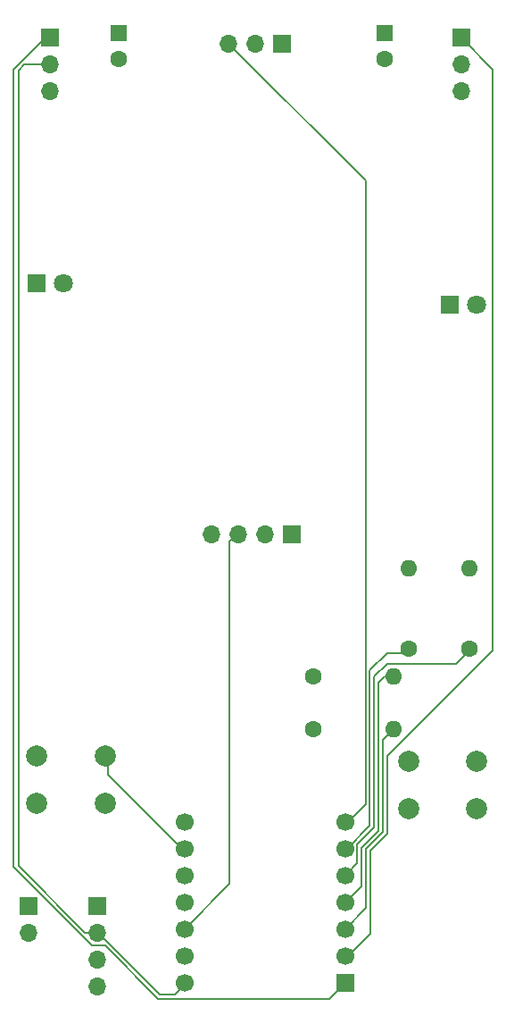
<source format=gbr>
%TF.GenerationSoftware,KiCad,Pcbnew,8.0.5*%
%TF.CreationDate,2025-07-27T14:10:40-07:00*%
%TF.ProjectId,Cashout Station,43617368-6f75-4742-9053-746174696f6e,rev?*%
%TF.SameCoordinates,Original*%
%TF.FileFunction,Copper,L2,Bot*%
%TF.FilePolarity,Positive*%
%FSLAX46Y46*%
G04 Gerber Fmt 4.6, Leading zero omitted, Abs format (unit mm)*
G04 Created by KiCad (PCBNEW 8.0.5) date 2025-07-27 14:10:40*
%MOMM*%
%LPD*%
G01*
G04 APERTURE LIST*
%TA.AperFunction,ComponentPad*%
%ADD10R,1.700000X1.700000*%
%TD*%
%TA.AperFunction,ComponentPad*%
%ADD11O,1.700000X1.700000*%
%TD*%
%TA.AperFunction,ComponentPad*%
%ADD12R,1.800000X1.800000*%
%TD*%
%TA.AperFunction,ComponentPad*%
%ADD13C,1.800000*%
%TD*%
%TA.AperFunction,ComponentPad*%
%ADD14C,1.600000*%
%TD*%
%TA.AperFunction,ComponentPad*%
%ADD15O,1.600000X1.600000*%
%TD*%
%TA.AperFunction,ComponentPad*%
%ADD16R,1.600000X1.600000*%
%TD*%
%TA.AperFunction,ComponentPad*%
%ADD17C,1.700000*%
%TD*%
%TA.AperFunction,ComponentPad*%
%ADD18C,2.000000*%
%TD*%
%TA.AperFunction,Conductor*%
%ADD19C,0.200000*%
%TD*%
G04 APERTURE END LIST*
D10*
%TO.P,BT1,1,+*%
%TO.N,Net-(BT1-+)*%
X121500000Y-136225000D03*
D11*
%TO.P,BT1,2,-*%
%TO.N,GND*%
X121500000Y-138765000D03*
%TD*%
D10*
%TO.P,M1,1,PWM*%
%TO.N,Net-(M1-PWM)*%
X123500000Y-53960000D03*
D11*
%TO.P,M1,2,+*%
%TO.N,+5V*%
X123500000Y-56500000D03*
%TO.P,M1,3,-*%
%TO.N,GND*%
X123500000Y-59040000D03*
%TD*%
D10*
%TO.P,J1,1,Pin_1*%
%TO.N,GND*%
X145525000Y-54500000D03*
D11*
%TO.P,J1,2,Pin_2*%
%TO.N,+5V*%
X142985000Y-54500000D03*
%TO.P,J1,3,Pin_3*%
%TO.N,Net-(J1-Pin_3)*%
X140445000Y-54500000D03*
%TD*%
D12*
%TO.P,D1,1,K*%
%TO.N,GND*%
X122210000Y-77250000D03*
D13*
%TO.P,D1,2,A*%
%TO.N,Net-(D1-A)*%
X124750000Y-77250000D03*
%TD*%
D14*
%TO.P,R3,1*%
%TO.N,Net-(U1-GPIO22{slash}D4{slash}SDA)*%
X163250000Y-111810000D03*
D15*
%TO.P,R3,2*%
%TO.N,Net-(NFC_Connect1-SDA)*%
X163250000Y-104190000D03*
%TD*%
D14*
%TO.P,R1,1*%
%TO.N,Net-(D1-A)*%
X148440000Y-114500000D03*
D15*
%TO.P,R1,2*%
%TO.N,Net-(U1-GPIO21{slash}D3)*%
X156060000Y-114500000D03*
%TD*%
D12*
%TO.P,D2,1,K*%
%TO.N,GND*%
X161460000Y-79250000D03*
D13*
%TO.P,D2,2,A*%
%TO.N,Net-(D2-A)*%
X164000000Y-79250000D03*
%TD*%
D10*
%TO.P,U2,1,VIN+*%
%TO.N,Net-(BT1-+)*%
X128000000Y-136200000D03*
D11*
%TO.P,U2,2,OUT+*%
%TO.N,+5V*%
X128000000Y-138740000D03*
%TO.P,U2,3,OUT-*%
%TO.N,GND*%
X128000000Y-141280000D03*
%TO.P,U2,4,VIN-*%
X128000000Y-143820000D03*
%TD*%
D16*
%TO.P,C2,1*%
%TO.N,+5V*%
X155250000Y-53500000D03*
D14*
%TO.P,C2,2*%
%TO.N,GND*%
X155250000Y-56000000D03*
%TD*%
D10*
%TO.P,M2,1,PWM*%
%TO.N,Net-(M2-PWM)*%
X162500000Y-53960000D03*
D11*
%TO.P,M2,2,+*%
%TO.N,+5V*%
X162500000Y-56500000D03*
%TO.P,M2,3,-*%
%TO.N,GND*%
X162500000Y-59040000D03*
%TD*%
D10*
%TO.P,U1,1,GPIO0/A0/D0*%
%TO.N,Net-(M1-PWM)*%
X151500000Y-143500000D03*
D17*
%TO.P,U1,2,GPIO1/A1/D1*%
%TO.N,Net-(M2-PWM)*%
X151500000Y-140960000D03*
%TO.P,U1,3,GPIO2/A2/D2*%
%TO.N,Net-(U1-GPIO2{slash}A2{slash}D2)*%
X151500000Y-138420000D03*
%TO.P,U1,4,GPIO21/D3*%
%TO.N,Net-(U1-GPIO21{slash}D3)*%
X151500000Y-135880000D03*
%TO.P,U1,5,GPIO22/D4/SDA*%
%TO.N,Net-(U1-GPIO22{slash}D4{slash}SDA)*%
X151500000Y-133340000D03*
%TO.P,U1,6,GPIO23/D5/SCL*%
%TO.N,Net-(U1-GPIO23{slash}D5{slash}SCL)*%
X151500000Y-130800000D03*
%TO.P,U1,7,GPIO16/D6/TX*%
%TO.N,Net-(J1-Pin_3)*%
X151500000Y-128260000D03*
%TO.P,U1,8,GPIO17/D7/RX*%
%TO.N,Net-(U1-GPIO17{slash}D7{slash}RX)*%
X136250000Y-128260000D03*
%TO.P,U1,9,GPIO19/D8/SCK*%
%TO.N,Net-(U1-GPIO19{slash}D8{slash}SCK)*%
X136250000Y-130800000D03*
%TO.P,U1,10,GPIO20/D9/MISO*%
%TO.N,unconnected-(U1-GPIO20{slash}D9{slash}MISO-Pad10)*%
X136250000Y-133340000D03*
%TO.P,U1,11,GPIO18/D10/MOSI*%
%TO.N,unconnected-(U1-GPIO18{slash}D10{slash}MOSI-Pad11)*%
X136250000Y-135880000D03*
%TO.P,U1,12,3V3*%
%TO.N,+3.3V*%
X136250000Y-138420000D03*
%TO.P,U1,13,GND*%
%TO.N,GND*%
X136250000Y-140960000D03*
%TO.P,U1,14,VBUS*%
%TO.N,+5V*%
X136250000Y-143500000D03*
%TD*%
D10*
%TO.P,NFC Connecter,1,SCL*%
%TO.N,Net-(NFC_Connect1-SCL)*%
X146440000Y-101030000D03*
D11*
%TO.P,NFC Connecter,2,SDA*%
%TO.N,Net-(NFC_Connect1-SDA)*%
X143900000Y-101030000D03*
%TO.P,NFC Connecter,3,VCC*%
%TO.N,+3.3V*%
X141360000Y-101030000D03*
%TO.P,NFC Connecter,4,GND*%
%TO.N,GND*%
X138820000Y-101030000D03*
%TD*%
D16*
%TO.P,C1,1*%
%TO.N,+5V*%
X130000000Y-53500000D03*
D14*
%TO.P,C1,2*%
%TO.N,GND*%
X130000000Y-56000000D03*
%TD*%
%TO.P,R4,1*%
%TO.N,Net-(D2-A)*%
X148440000Y-119500000D03*
D15*
%TO.P,R4,2*%
%TO.N,Net-(U1-GPIO2{slash}A2{slash}D2)*%
X156060000Y-119500000D03*
%TD*%
D14*
%TO.P,R2,1*%
%TO.N,Net-(U1-GPIO23{slash}D5{slash}SCL)*%
X157500000Y-111810000D03*
D15*
%TO.P,R2,2*%
%TO.N,Net-(NFC_Connect1-SCL)*%
X157500000Y-104190000D03*
%TD*%
D18*
%TO.P,SW2,1,1*%
%TO.N,Net-(U1-GPIO19{slash}D8{slash}SCK)*%
X128750000Y-122000000D03*
X122250000Y-122000000D03*
%TO.P,SW2,2,2*%
%TO.N,GND*%
X128750000Y-126500000D03*
X122250000Y-126500000D03*
%TD*%
%TO.P,SW1,1,1*%
%TO.N,Net-(U1-GPIO17{slash}D7{slash}RX)*%
X164000000Y-122500000D03*
X157500000Y-122500000D03*
%TO.P,SW1,2,2*%
%TO.N,GND*%
X164000000Y-127000000D03*
X157500000Y-127000000D03*
%TD*%
D19*
%TO.N,+5V*%
X128000000Y-138740000D02*
X126805686Y-138740000D01*
X131150000Y-141834314D02*
X133915686Y-144600000D01*
X135390000Y-144600000D02*
X136250000Y-143740000D01*
X120500000Y-57065686D02*
X121065686Y-56500000D01*
X128055685Y-138740000D02*
X129150000Y-139834315D01*
X121065686Y-56500000D02*
X123500000Y-56500000D01*
X133915686Y-144600000D02*
X135390000Y-144600000D01*
X129150000Y-139834315D02*
X131150000Y-141834314D01*
X120500000Y-132434314D02*
X120500000Y-57065686D01*
X128000000Y-138740000D02*
X128055685Y-138740000D01*
X126805686Y-138740000D02*
X120500000Y-132434314D01*
%TO.N,Net-(M1-PWM)*%
X123500000Y-53960000D02*
X123040000Y-53960000D01*
X120000000Y-132500000D02*
X127500000Y-140000000D01*
X127500000Y-140000000D02*
X128750000Y-140000000D01*
X133750000Y-145000000D02*
X150000000Y-145000000D01*
X128750000Y-140000000D02*
X133750000Y-145000000D01*
X120000000Y-57000000D02*
X120000000Y-132500000D01*
X123040000Y-53960000D02*
X120000000Y-57000000D01*
X150000000Y-145000000D02*
X151500000Y-143500000D01*
%TO.N,Net-(M2-PWM)*%
X155500000Y-129381372D02*
X155500000Y-122000000D01*
X153900000Y-130981372D02*
X155500000Y-129381372D01*
X165500000Y-56960000D02*
X162500000Y-53960000D01*
X153900000Y-138850000D02*
X153900000Y-130981372D01*
X155500000Y-122000000D02*
X165500000Y-112000000D01*
X151790000Y-140960000D02*
X153900000Y-138850000D01*
X151500000Y-140960000D02*
X151790000Y-140960000D01*
X165500000Y-112000000D02*
X165500000Y-56960000D01*
%TO.N,+3.3V*%
X141460000Y-100750000D02*
X140525000Y-101685000D01*
X140525000Y-134145000D02*
X136250000Y-138420000D01*
X140525000Y-101685000D02*
X140525000Y-134145000D01*
%TO.N,Net-(U1-GPIO21{slash}D3)*%
X153050000Y-134330000D02*
X153050000Y-130700000D01*
X154650000Y-129100000D02*
X154650000Y-115100000D01*
X153050000Y-130700000D02*
X154650000Y-129100000D01*
X154650000Y-115100000D02*
X155250000Y-114500000D01*
X155250000Y-114500000D02*
X156060000Y-114500000D01*
X151500000Y-135880000D02*
X153050000Y-134330000D01*
%TO.N,Net-(U1-GPIO23{slash}D5{slash}SCL)*%
X151500000Y-130800000D02*
X151700000Y-130800000D01*
X153850000Y-128650000D02*
X153850000Y-113900000D01*
X157060000Y-112250000D02*
X157500000Y-111810000D01*
X153850000Y-113900000D02*
X155500000Y-112250000D01*
X151700000Y-130800000D02*
X153850000Y-128650000D01*
X155500000Y-112250000D02*
X157060000Y-112250000D01*
%TO.N,Net-(U1-GPIO22{slash}D4{slash}SDA)*%
X152650000Y-132190000D02*
X152650000Y-130415686D01*
X162060000Y-113250000D02*
X163500000Y-111810000D01*
X154250000Y-128815686D02*
X154250000Y-114500000D01*
X154250000Y-114500000D02*
X155500000Y-113250000D01*
X151500000Y-133340000D02*
X152650000Y-132190000D01*
X155500000Y-113250000D02*
X162060000Y-113250000D01*
X152650000Y-130415686D02*
X154250000Y-128815686D01*
%TO.N,Net-(U1-GPIO19{slash}D8{slash}SCK)*%
X129000000Y-122000000D02*
X129000000Y-123790000D01*
X129000000Y-123790000D02*
X136250000Y-131040000D01*
%TO.N,Net-(J1-Pin_3)*%
X153450000Y-67505000D02*
X153450000Y-126550000D01*
X140445000Y-54500000D02*
X153450000Y-67505000D01*
X151740000Y-128260000D02*
X151500000Y-128260000D01*
X153450000Y-126550000D02*
X151740000Y-128260000D01*
%TO.N,Net-(U1-GPIO2{slash}A2{slash}D2)*%
X155100000Y-129215686D02*
X155100000Y-120460000D01*
X151500000Y-138420000D02*
X153500000Y-136420000D01*
X153500000Y-136420000D02*
X153500000Y-130815686D01*
X155100000Y-120460000D02*
X156060000Y-119500000D01*
X153500000Y-130815686D02*
X155100000Y-129215686D01*
%TD*%
M02*

</source>
